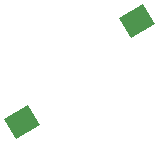
<source format=gbr>
G04 #@! TF.GenerationSoftware,KiCad,Pcbnew,(5.1.2)-1*
G04 #@! TF.CreationDate,2019-11-10T23:35:37+09:00*
G04 #@! TF.ProjectId,pcb2,70636232-2e6b-4696-9361-645f70636258,rev?*
G04 #@! TF.SameCoordinates,Original*
G04 #@! TF.FileFunction,Paste,Bot*
G04 #@! TF.FilePolarity,Positive*
%FSLAX46Y46*%
G04 Gerber Fmt 4.6, Leading zero omitted, Abs format (unit mm)*
G04 Created by KiCad (PCBNEW (5.1.2)-1) date 2019-11-10 23:35:37*
%MOMM*%
%LPD*%
G04 APERTURE LIST*
%ADD10C,2.000000*%
%ADD11C,0.100000*%
G04 APERTURE END LIST*
D10*
X328609179Y-34519665D03*
D11*
G36*
X329105108Y-33078640D02*
G01*
X330105108Y-34810690D01*
X328113250Y-35960690D01*
X327113250Y-34228640D01*
X329105108Y-33078640D01*
X329105108Y-33078640D01*
G37*
D10*
X338337702Y-25969961D03*
D11*
G36*
X338833631Y-24528936D02*
G01*
X339833631Y-26260986D01*
X337841773Y-27410986D01*
X336841773Y-25678936D01*
X338833631Y-24528936D01*
X338833631Y-24528936D01*
G37*
M02*

</source>
